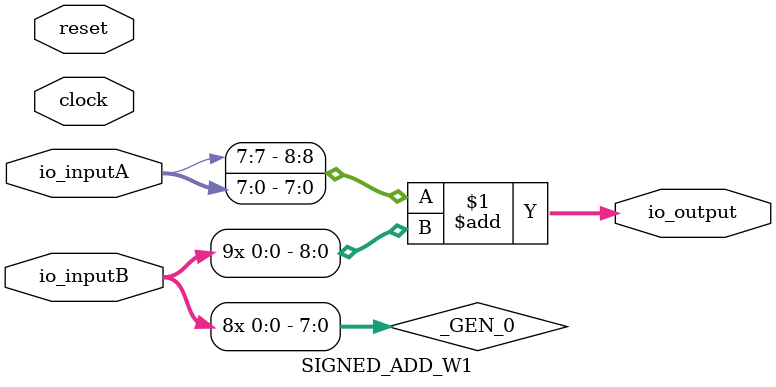
<source format=v>
module SIGNED_ADD_W1(
  input        clock,
  input        reset,
  input  [7:0] io_inputA,
  input        io_inputB,
  output [8:0] io_output
);
  wire [7:0] _GEN_0 = {8{io_inputB}}; // @[SIGNED_ADD_W1.scala 12:26]
  assign io_output = $signed(io_inputA) + $signed(_GEN_0); // @[SIGNED_ADD_W1.scala 12:26]
endmodule

</source>
